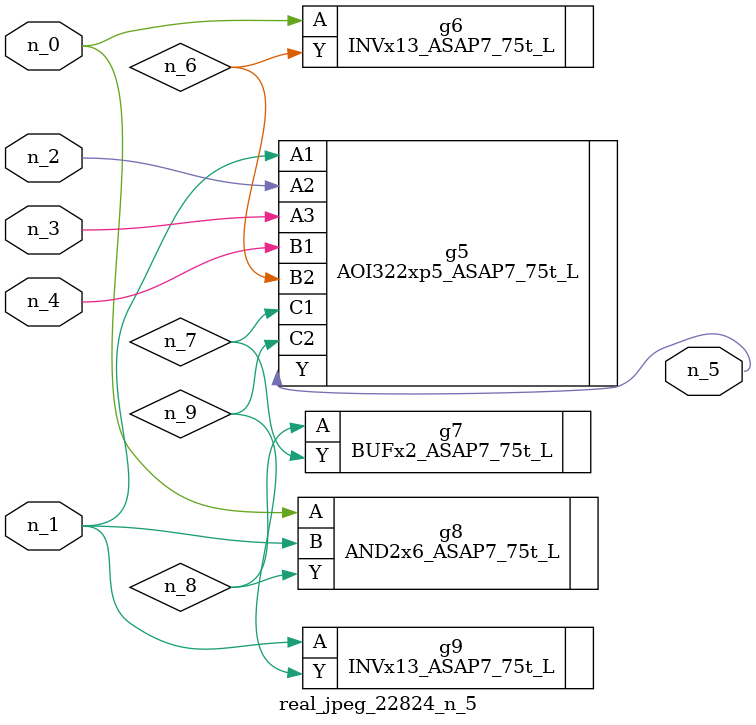
<source format=v>
module real_jpeg_22824_n_5 (n_4, n_0, n_1, n_2, n_3, n_5);

input n_4;
input n_0;
input n_1;
input n_2;
input n_3;

output n_5;

wire n_8;
wire n_6;
wire n_7;
wire n_9;

INVx13_ASAP7_75t_L g6 ( 
.A(n_0),
.Y(n_6)
);

AND2x6_ASAP7_75t_L g8 ( 
.A(n_0),
.B(n_1),
.Y(n_8)
);

AOI322xp5_ASAP7_75t_L g5 ( 
.A1(n_1),
.A2(n_2),
.A3(n_3),
.B1(n_4),
.B2(n_6),
.C1(n_7),
.C2(n_9),
.Y(n_5)
);

INVx13_ASAP7_75t_L g9 ( 
.A(n_1),
.Y(n_9)
);

BUFx2_ASAP7_75t_L g7 ( 
.A(n_8),
.Y(n_7)
);


endmodule
</source>
